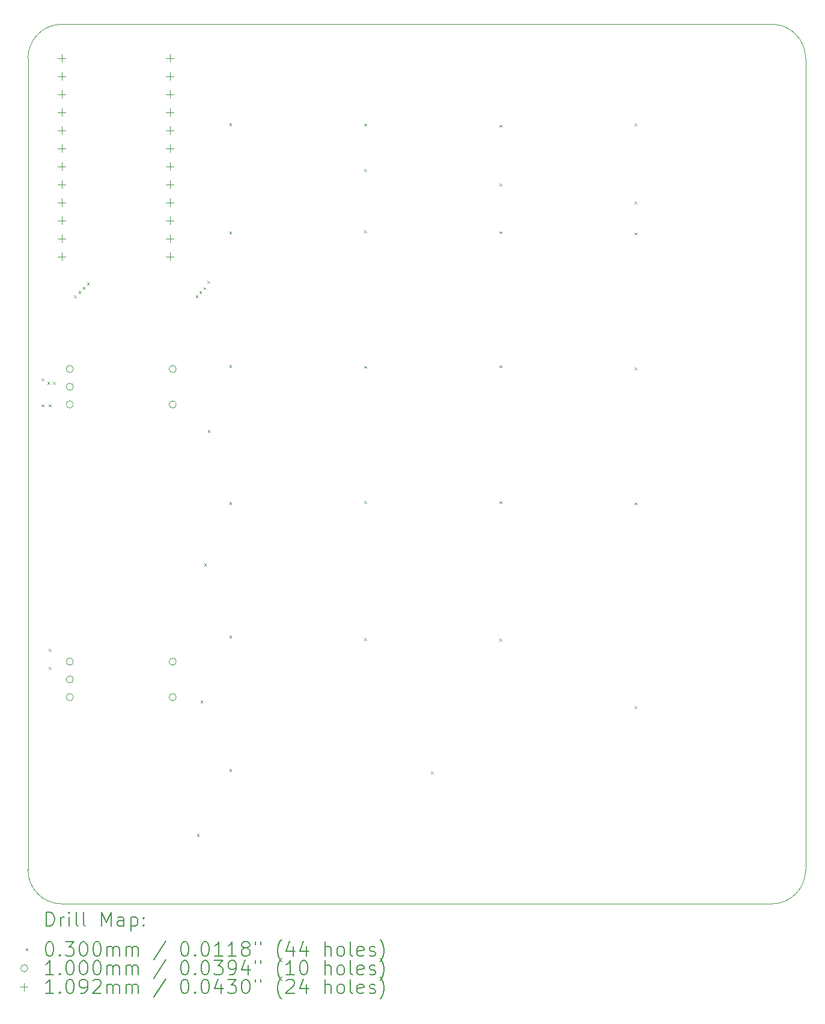
<source format=gbr>
%TF.GenerationSoftware,KiCad,Pcbnew,8.0.2*%
%TF.CreationDate,2024-06-05T18:53:59-04:00*%
%TF.ProjectId,CSP_macropad_arduino,4353505f-6d61-4637-926f-7061645f6172,rev?*%
%TF.SameCoordinates,Original*%
%TF.FileFunction,Drillmap*%
%TF.FilePolarity,Positive*%
%FSLAX45Y45*%
G04 Gerber Fmt 4.5, Leading zero omitted, Abs format (unit mm)*
G04 Created by KiCad (PCBNEW 8.0.2) date 2024-06-05 18:53:59*
%MOMM*%
%LPD*%
G01*
G04 APERTURE LIST*
%ADD10C,0.050000*%
%ADD11C,0.200000*%
%ADD12C,0.100000*%
%ADD13C,0.109220*%
G04 APERTURE END LIST*
D10*
X15974575Y-13814875D02*
G75*
G02*
X15498200Y-14291250I-476375J0D01*
G01*
X15974575Y-2381875D02*
X15974575Y-13814875D01*
X5494125Y-1905500D02*
X15498200Y-1905500D01*
X5017750Y-2381875D02*
G75*
G02*
X5494125Y-1905500I476375J0D01*
G01*
X5017750Y-13814875D02*
X5017750Y-2381875D01*
X15498200Y-1905500D02*
G75*
G02*
X15974580Y-2381875I10J-476370D01*
G01*
X5494125Y-14291250D02*
G75*
G02*
X5017750Y-13814875I0J476375D01*
G01*
X15498200Y-14291250D02*
X5494125Y-14291250D01*
D11*
D12*
X5211875Y-6893800D02*
X5241875Y-6923800D01*
X5241875Y-6893800D02*
X5211875Y-6923800D01*
X5211875Y-7261404D02*
X5241875Y-7291404D01*
X5241875Y-7261404D02*
X5211875Y-7291404D01*
X5288805Y-6944600D02*
X5318805Y-6974600D01*
X5318805Y-6944600D02*
X5288805Y-6974600D01*
X5313475Y-7261404D02*
X5343475Y-7291404D01*
X5343475Y-7261404D02*
X5313475Y-7291404D01*
X5313475Y-10703800D02*
X5343475Y-10733800D01*
X5343475Y-10703800D02*
X5313475Y-10733800D01*
X5313475Y-10957800D02*
X5343475Y-10987800D01*
X5343475Y-10957800D02*
X5313475Y-10987800D01*
X5368805Y-6944600D02*
X5398805Y-6974600D01*
X5398805Y-6944600D02*
X5368805Y-6974600D01*
X5669075Y-5725400D02*
X5699075Y-5755400D01*
X5699075Y-5725400D02*
X5669075Y-5755400D01*
X5729075Y-5665400D02*
X5759075Y-5695400D01*
X5759075Y-5665400D02*
X5729075Y-5695400D01*
X5789075Y-5603599D02*
X5819075Y-5633599D01*
X5819075Y-5603599D02*
X5789075Y-5633599D01*
X5849075Y-5543599D02*
X5879075Y-5573599D01*
X5879075Y-5543599D02*
X5849075Y-5573599D01*
X7381683Y-5725400D02*
X7411683Y-5755400D01*
X7411683Y-5725400D02*
X7381683Y-5755400D01*
X7400083Y-13307900D02*
X7430083Y-13337900D01*
X7430083Y-13307900D02*
X7400083Y-13337900D01*
X7432483Y-5663599D02*
X7462483Y-5693599D01*
X7462483Y-5663599D02*
X7432483Y-5693599D01*
X7450883Y-11428300D02*
X7480883Y-11458300D01*
X7480883Y-11428300D02*
X7450883Y-11458300D01*
X7492483Y-5610684D02*
X7522483Y-5640684D01*
X7522483Y-5610684D02*
X7492483Y-5640684D01*
X7501683Y-9497900D02*
X7531683Y-9527900D01*
X7531683Y-9497900D02*
X7501683Y-9527900D01*
X7548675Y-5522200D02*
X7578675Y-5552200D01*
X7578675Y-5522200D02*
X7548675Y-5552200D01*
X7552483Y-7618300D02*
X7582483Y-7648300D01*
X7582483Y-7618300D02*
X7552483Y-7648300D01*
X7857283Y-3300300D02*
X7887283Y-3330300D01*
X7887283Y-3300300D02*
X7857283Y-3330300D01*
X7857283Y-4824300D02*
X7887283Y-4854300D01*
X7887283Y-4824300D02*
X7857283Y-4854300D01*
X7857283Y-6703900D02*
X7887283Y-6733900D01*
X7887283Y-6703900D02*
X7857283Y-6733900D01*
X7857283Y-8634300D02*
X7887283Y-8664300D01*
X7887283Y-8634300D02*
X7857283Y-8664300D01*
X7857283Y-10513900D02*
X7887283Y-10543900D01*
X7887283Y-10513900D02*
X7857283Y-10543900D01*
X7857283Y-12393500D02*
X7887283Y-12423500D01*
X7887283Y-12393500D02*
X7857283Y-12423500D01*
X9758383Y-3307000D02*
X9788383Y-3337000D01*
X9788383Y-3307000D02*
X9758383Y-3337000D01*
X9758383Y-3947400D02*
X9788383Y-3977400D01*
X9788383Y-3947400D02*
X9758383Y-3977400D01*
X9758383Y-4811000D02*
X9788383Y-4841000D01*
X9788383Y-4811000D02*
X9758383Y-4841000D01*
X9758383Y-6717000D02*
X9788383Y-6747000D01*
X9788383Y-6717000D02*
X9758383Y-6747000D01*
X9758383Y-8621000D02*
X9788383Y-8651000D01*
X9788383Y-8621000D02*
X9758383Y-8651000D01*
X9758383Y-10551400D02*
X9788383Y-10581400D01*
X9788383Y-10551400D02*
X9758383Y-10581400D01*
X10698275Y-12431000D02*
X10728275Y-12461000D01*
X10728275Y-12431000D02*
X10698275Y-12461000D01*
X11663383Y-3322000D02*
X11693383Y-3352000D01*
X11693383Y-3322000D02*
X11663383Y-3352000D01*
X11663383Y-4150600D02*
X11693383Y-4180600D01*
X11693383Y-4150600D02*
X11663383Y-4180600D01*
X11663383Y-4822000D02*
X11693383Y-4852000D01*
X11693383Y-4822000D02*
X11663383Y-4852000D01*
X11663383Y-6709500D02*
X11693383Y-6739500D01*
X11693383Y-6709500D02*
X11663383Y-6739500D01*
X11663383Y-8624500D02*
X11693383Y-8654500D01*
X11693383Y-8624500D02*
X11663383Y-8654500D01*
X11663383Y-10557000D02*
X11693383Y-10587000D01*
X11693383Y-10557000D02*
X11663383Y-10587000D01*
X13568383Y-3299500D02*
X13598383Y-3329500D01*
X13598383Y-3299500D02*
X13568383Y-3329500D01*
X13568383Y-4404600D02*
X13598383Y-4434600D01*
X13598383Y-4404600D02*
X13568383Y-4434600D01*
X13568383Y-4837000D02*
X13598383Y-4867000D01*
X13598383Y-4837000D02*
X13568383Y-4867000D01*
X13568383Y-6737000D02*
X13598383Y-6767000D01*
X13598383Y-6737000D02*
X13568383Y-6767000D01*
X13568383Y-8639500D02*
X13598383Y-8669500D01*
X13598383Y-8639500D02*
X13568383Y-8669500D01*
X13568383Y-11504500D02*
X13598383Y-11534500D01*
X13598383Y-11504500D02*
X13568383Y-11534500D01*
X5657008Y-6759250D02*
G75*
G02*
X5557008Y-6759250I-50000J0D01*
G01*
X5557008Y-6759250D02*
G75*
G02*
X5657008Y-6759250I50000J0D01*
G01*
X5657008Y-7009250D02*
G75*
G02*
X5557008Y-7009250I-50000J0D01*
G01*
X5557008Y-7009250D02*
G75*
G02*
X5657008Y-7009250I50000J0D01*
G01*
X5657008Y-7259250D02*
G75*
G02*
X5557008Y-7259250I-50000J0D01*
G01*
X5557008Y-7259250D02*
G75*
G02*
X5657008Y-7259250I50000J0D01*
G01*
X5657008Y-10880250D02*
G75*
G02*
X5557008Y-10880250I-50000J0D01*
G01*
X5557008Y-10880250D02*
G75*
G02*
X5657008Y-10880250I50000J0D01*
G01*
X5657008Y-11130250D02*
G75*
G02*
X5557008Y-11130250I-50000J0D01*
G01*
X5557008Y-11130250D02*
G75*
G02*
X5657008Y-11130250I50000J0D01*
G01*
X5657008Y-11380250D02*
G75*
G02*
X5557008Y-11380250I-50000J0D01*
G01*
X5557008Y-11380250D02*
G75*
G02*
X5657008Y-11380250I50000J0D01*
G01*
X7107008Y-6759250D02*
G75*
G02*
X7007008Y-6759250I-50000J0D01*
G01*
X7007008Y-6759250D02*
G75*
G02*
X7107008Y-6759250I50000J0D01*
G01*
X7107008Y-7259250D02*
G75*
G02*
X7007008Y-7259250I-50000J0D01*
G01*
X7007008Y-7259250D02*
G75*
G02*
X7107008Y-7259250I50000J0D01*
G01*
X7107008Y-10880250D02*
G75*
G02*
X7007008Y-10880250I-50000J0D01*
G01*
X7007008Y-10880250D02*
G75*
G02*
X7107008Y-10880250I50000J0D01*
G01*
X7107008Y-11380250D02*
G75*
G02*
X7007008Y-11380250I-50000J0D01*
G01*
X7007008Y-11380250D02*
G75*
G02*
X7107008Y-11380250I50000J0D01*
G01*
D13*
X5494325Y-2327265D02*
X5494325Y-2436485D01*
X5439715Y-2381875D02*
X5548935Y-2381875D01*
X5494325Y-2581265D02*
X5494325Y-2690485D01*
X5439715Y-2635875D02*
X5548935Y-2635875D01*
X5494325Y-2835265D02*
X5494325Y-2944485D01*
X5439715Y-2889875D02*
X5548935Y-2889875D01*
X5494325Y-3089265D02*
X5494325Y-3198485D01*
X5439715Y-3143875D02*
X5548935Y-3143875D01*
X5494325Y-3343265D02*
X5494325Y-3452485D01*
X5439715Y-3397875D02*
X5548935Y-3397875D01*
X5494325Y-3597265D02*
X5494325Y-3706485D01*
X5439715Y-3651875D02*
X5548935Y-3651875D01*
X5494325Y-3851265D02*
X5494325Y-3960485D01*
X5439715Y-3905875D02*
X5548935Y-3905875D01*
X5494325Y-4105265D02*
X5494325Y-4214485D01*
X5439715Y-4159875D02*
X5548935Y-4159875D01*
X5494325Y-4359265D02*
X5494325Y-4468485D01*
X5439715Y-4413875D02*
X5548935Y-4413875D01*
X5494325Y-4613265D02*
X5494325Y-4722485D01*
X5439715Y-4667875D02*
X5548935Y-4667875D01*
X5494325Y-4867265D02*
X5494325Y-4976485D01*
X5439715Y-4921875D02*
X5548935Y-4921875D01*
X5494325Y-5121265D02*
X5494325Y-5230485D01*
X5439715Y-5175875D02*
X5548935Y-5175875D01*
X7018325Y-2327265D02*
X7018325Y-2436485D01*
X6963715Y-2381875D02*
X7072935Y-2381875D01*
X7018325Y-2581265D02*
X7018325Y-2690485D01*
X6963715Y-2635875D02*
X7072935Y-2635875D01*
X7018325Y-2835265D02*
X7018325Y-2944485D01*
X6963715Y-2889875D02*
X7072935Y-2889875D01*
X7018325Y-3089265D02*
X7018325Y-3198485D01*
X6963715Y-3143875D02*
X7072935Y-3143875D01*
X7018325Y-3343265D02*
X7018325Y-3452485D01*
X6963715Y-3397875D02*
X7072935Y-3397875D01*
X7018325Y-3597265D02*
X7018325Y-3706485D01*
X6963715Y-3651875D02*
X7072935Y-3651875D01*
X7018325Y-3851265D02*
X7018325Y-3960485D01*
X6963715Y-3905875D02*
X7072935Y-3905875D01*
X7018325Y-4105265D02*
X7018325Y-4214485D01*
X6963715Y-4159875D02*
X7072935Y-4159875D01*
X7018325Y-4359265D02*
X7018325Y-4468485D01*
X6963715Y-4413875D02*
X7072935Y-4413875D01*
X7018325Y-4613265D02*
X7018325Y-4722485D01*
X6963715Y-4667875D02*
X7072935Y-4667875D01*
X7018325Y-4867265D02*
X7018325Y-4976485D01*
X6963715Y-4921875D02*
X7072935Y-4921875D01*
X7018325Y-5121265D02*
X7018325Y-5230485D01*
X6963715Y-5175875D02*
X7072935Y-5175875D01*
D11*
X5276027Y-14605234D02*
X5276027Y-14405234D01*
X5276027Y-14405234D02*
X5323646Y-14405234D01*
X5323646Y-14405234D02*
X5352217Y-14414758D01*
X5352217Y-14414758D02*
X5371265Y-14433805D01*
X5371265Y-14433805D02*
X5380789Y-14452853D01*
X5380789Y-14452853D02*
X5390313Y-14490948D01*
X5390313Y-14490948D02*
X5390313Y-14519519D01*
X5390313Y-14519519D02*
X5380789Y-14557615D01*
X5380789Y-14557615D02*
X5371265Y-14576662D01*
X5371265Y-14576662D02*
X5352217Y-14595710D01*
X5352217Y-14595710D02*
X5323646Y-14605234D01*
X5323646Y-14605234D02*
X5276027Y-14605234D01*
X5476027Y-14605234D02*
X5476027Y-14471900D01*
X5476027Y-14509996D02*
X5485551Y-14490948D01*
X5485551Y-14490948D02*
X5495074Y-14481424D01*
X5495074Y-14481424D02*
X5514122Y-14471900D01*
X5514122Y-14471900D02*
X5533170Y-14471900D01*
X5599836Y-14605234D02*
X5599836Y-14471900D01*
X5599836Y-14405234D02*
X5590313Y-14414758D01*
X5590313Y-14414758D02*
X5599836Y-14424281D01*
X5599836Y-14424281D02*
X5609360Y-14414758D01*
X5609360Y-14414758D02*
X5599836Y-14405234D01*
X5599836Y-14405234D02*
X5599836Y-14424281D01*
X5723646Y-14605234D02*
X5704598Y-14595710D01*
X5704598Y-14595710D02*
X5695074Y-14576662D01*
X5695074Y-14576662D02*
X5695074Y-14405234D01*
X5828408Y-14605234D02*
X5809360Y-14595710D01*
X5809360Y-14595710D02*
X5799836Y-14576662D01*
X5799836Y-14576662D02*
X5799836Y-14405234D01*
X6056979Y-14605234D02*
X6056979Y-14405234D01*
X6056979Y-14405234D02*
X6123646Y-14548091D01*
X6123646Y-14548091D02*
X6190312Y-14405234D01*
X6190312Y-14405234D02*
X6190312Y-14605234D01*
X6371265Y-14605234D02*
X6371265Y-14500472D01*
X6371265Y-14500472D02*
X6361741Y-14481424D01*
X6361741Y-14481424D02*
X6342693Y-14471900D01*
X6342693Y-14471900D02*
X6304598Y-14471900D01*
X6304598Y-14471900D02*
X6285551Y-14481424D01*
X6371265Y-14595710D02*
X6352217Y-14605234D01*
X6352217Y-14605234D02*
X6304598Y-14605234D01*
X6304598Y-14605234D02*
X6285551Y-14595710D01*
X6285551Y-14595710D02*
X6276027Y-14576662D01*
X6276027Y-14576662D02*
X6276027Y-14557615D01*
X6276027Y-14557615D02*
X6285551Y-14538567D01*
X6285551Y-14538567D02*
X6304598Y-14529043D01*
X6304598Y-14529043D02*
X6352217Y-14529043D01*
X6352217Y-14529043D02*
X6371265Y-14519519D01*
X6466503Y-14471900D02*
X6466503Y-14671900D01*
X6466503Y-14481424D02*
X6485551Y-14471900D01*
X6485551Y-14471900D02*
X6523646Y-14471900D01*
X6523646Y-14471900D02*
X6542693Y-14481424D01*
X6542693Y-14481424D02*
X6552217Y-14490948D01*
X6552217Y-14490948D02*
X6561741Y-14509996D01*
X6561741Y-14509996D02*
X6561741Y-14567138D01*
X6561741Y-14567138D02*
X6552217Y-14586186D01*
X6552217Y-14586186D02*
X6542693Y-14595710D01*
X6542693Y-14595710D02*
X6523646Y-14605234D01*
X6523646Y-14605234D02*
X6485551Y-14605234D01*
X6485551Y-14605234D02*
X6466503Y-14595710D01*
X6647455Y-14586186D02*
X6656979Y-14595710D01*
X6656979Y-14595710D02*
X6647455Y-14605234D01*
X6647455Y-14605234D02*
X6637932Y-14595710D01*
X6637932Y-14595710D02*
X6647455Y-14586186D01*
X6647455Y-14586186D02*
X6647455Y-14605234D01*
X6647455Y-14481424D02*
X6656979Y-14490948D01*
X6656979Y-14490948D02*
X6647455Y-14500472D01*
X6647455Y-14500472D02*
X6637932Y-14490948D01*
X6637932Y-14490948D02*
X6647455Y-14481424D01*
X6647455Y-14481424D02*
X6647455Y-14500472D01*
D12*
X4985250Y-14918750D02*
X5015250Y-14948750D01*
X5015250Y-14918750D02*
X4985250Y-14948750D01*
D11*
X5314122Y-14825234D02*
X5333170Y-14825234D01*
X5333170Y-14825234D02*
X5352217Y-14834758D01*
X5352217Y-14834758D02*
X5361741Y-14844281D01*
X5361741Y-14844281D02*
X5371265Y-14863329D01*
X5371265Y-14863329D02*
X5380789Y-14901424D01*
X5380789Y-14901424D02*
X5380789Y-14949043D01*
X5380789Y-14949043D02*
X5371265Y-14987138D01*
X5371265Y-14987138D02*
X5361741Y-15006186D01*
X5361741Y-15006186D02*
X5352217Y-15015710D01*
X5352217Y-15015710D02*
X5333170Y-15025234D01*
X5333170Y-15025234D02*
X5314122Y-15025234D01*
X5314122Y-15025234D02*
X5295074Y-15015710D01*
X5295074Y-15015710D02*
X5285551Y-15006186D01*
X5285551Y-15006186D02*
X5276027Y-14987138D01*
X5276027Y-14987138D02*
X5266503Y-14949043D01*
X5266503Y-14949043D02*
X5266503Y-14901424D01*
X5266503Y-14901424D02*
X5276027Y-14863329D01*
X5276027Y-14863329D02*
X5285551Y-14844281D01*
X5285551Y-14844281D02*
X5295074Y-14834758D01*
X5295074Y-14834758D02*
X5314122Y-14825234D01*
X5466503Y-15006186D02*
X5476027Y-15015710D01*
X5476027Y-15015710D02*
X5466503Y-15025234D01*
X5466503Y-15025234D02*
X5456979Y-15015710D01*
X5456979Y-15015710D02*
X5466503Y-15006186D01*
X5466503Y-15006186D02*
X5466503Y-15025234D01*
X5542694Y-14825234D02*
X5666503Y-14825234D01*
X5666503Y-14825234D02*
X5599836Y-14901424D01*
X5599836Y-14901424D02*
X5628408Y-14901424D01*
X5628408Y-14901424D02*
X5647455Y-14910948D01*
X5647455Y-14910948D02*
X5656979Y-14920472D01*
X5656979Y-14920472D02*
X5666503Y-14939519D01*
X5666503Y-14939519D02*
X5666503Y-14987138D01*
X5666503Y-14987138D02*
X5656979Y-15006186D01*
X5656979Y-15006186D02*
X5647455Y-15015710D01*
X5647455Y-15015710D02*
X5628408Y-15025234D01*
X5628408Y-15025234D02*
X5571265Y-15025234D01*
X5571265Y-15025234D02*
X5552217Y-15015710D01*
X5552217Y-15015710D02*
X5542694Y-15006186D01*
X5790312Y-14825234D02*
X5809360Y-14825234D01*
X5809360Y-14825234D02*
X5828408Y-14834758D01*
X5828408Y-14834758D02*
X5837932Y-14844281D01*
X5837932Y-14844281D02*
X5847455Y-14863329D01*
X5847455Y-14863329D02*
X5856979Y-14901424D01*
X5856979Y-14901424D02*
X5856979Y-14949043D01*
X5856979Y-14949043D02*
X5847455Y-14987138D01*
X5847455Y-14987138D02*
X5837932Y-15006186D01*
X5837932Y-15006186D02*
X5828408Y-15015710D01*
X5828408Y-15015710D02*
X5809360Y-15025234D01*
X5809360Y-15025234D02*
X5790312Y-15025234D01*
X5790312Y-15025234D02*
X5771265Y-15015710D01*
X5771265Y-15015710D02*
X5761741Y-15006186D01*
X5761741Y-15006186D02*
X5752217Y-14987138D01*
X5752217Y-14987138D02*
X5742693Y-14949043D01*
X5742693Y-14949043D02*
X5742693Y-14901424D01*
X5742693Y-14901424D02*
X5752217Y-14863329D01*
X5752217Y-14863329D02*
X5761741Y-14844281D01*
X5761741Y-14844281D02*
X5771265Y-14834758D01*
X5771265Y-14834758D02*
X5790312Y-14825234D01*
X5980789Y-14825234D02*
X5999836Y-14825234D01*
X5999836Y-14825234D02*
X6018884Y-14834758D01*
X6018884Y-14834758D02*
X6028408Y-14844281D01*
X6028408Y-14844281D02*
X6037932Y-14863329D01*
X6037932Y-14863329D02*
X6047455Y-14901424D01*
X6047455Y-14901424D02*
X6047455Y-14949043D01*
X6047455Y-14949043D02*
X6037932Y-14987138D01*
X6037932Y-14987138D02*
X6028408Y-15006186D01*
X6028408Y-15006186D02*
X6018884Y-15015710D01*
X6018884Y-15015710D02*
X5999836Y-15025234D01*
X5999836Y-15025234D02*
X5980789Y-15025234D01*
X5980789Y-15025234D02*
X5961741Y-15015710D01*
X5961741Y-15015710D02*
X5952217Y-15006186D01*
X5952217Y-15006186D02*
X5942693Y-14987138D01*
X5942693Y-14987138D02*
X5933170Y-14949043D01*
X5933170Y-14949043D02*
X5933170Y-14901424D01*
X5933170Y-14901424D02*
X5942693Y-14863329D01*
X5942693Y-14863329D02*
X5952217Y-14844281D01*
X5952217Y-14844281D02*
X5961741Y-14834758D01*
X5961741Y-14834758D02*
X5980789Y-14825234D01*
X6133170Y-15025234D02*
X6133170Y-14891900D01*
X6133170Y-14910948D02*
X6142693Y-14901424D01*
X6142693Y-14901424D02*
X6161741Y-14891900D01*
X6161741Y-14891900D02*
X6190313Y-14891900D01*
X6190313Y-14891900D02*
X6209360Y-14901424D01*
X6209360Y-14901424D02*
X6218884Y-14920472D01*
X6218884Y-14920472D02*
X6218884Y-15025234D01*
X6218884Y-14920472D02*
X6228408Y-14901424D01*
X6228408Y-14901424D02*
X6247455Y-14891900D01*
X6247455Y-14891900D02*
X6276027Y-14891900D01*
X6276027Y-14891900D02*
X6295074Y-14901424D01*
X6295074Y-14901424D02*
X6304598Y-14920472D01*
X6304598Y-14920472D02*
X6304598Y-15025234D01*
X6399836Y-15025234D02*
X6399836Y-14891900D01*
X6399836Y-14910948D02*
X6409360Y-14901424D01*
X6409360Y-14901424D02*
X6428408Y-14891900D01*
X6428408Y-14891900D02*
X6456979Y-14891900D01*
X6456979Y-14891900D02*
X6476027Y-14901424D01*
X6476027Y-14901424D02*
X6485551Y-14920472D01*
X6485551Y-14920472D02*
X6485551Y-15025234D01*
X6485551Y-14920472D02*
X6495074Y-14901424D01*
X6495074Y-14901424D02*
X6514122Y-14891900D01*
X6514122Y-14891900D02*
X6542693Y-14891900D01*
X6542693Y-14891900D02*
X6561741Y-14901424D01*
X6561741Y-14901424D02*
X6571265Y-14920472D01*
X6571265Y-14920472D02*
X6571265Y-15025234D01*
X6961741Y-14815710D02*
X6790313Y-15072853D01*
X7218884Y-14825234D02*
X7237932Y-14825234D01*
X7237932Y-14825234D02*
X7256979Y-14834758D01*
X7256979Y-14834758D02*
X7266503Y-14844281D01*
X7266503Y-14844281D02*
X7276027Y-14863329D01*
X7276027Y-14863329D02*
X7285551Y-14901424D01*
X7285551Y-14901424D02*
X7285551Y-14949043D01*
X7285551Y-14949043D02*
X7276027Y-14987138D01*
X7276027Y-14987138D02*
X7266503Y-15006186D01*
X7266503Y-15006186D02*
X7256979Y-15015710D01*
X7256979Y-15015710D02*
X7237932Y-15025234D01*
X7237932Y-15025234D02*
X7218884Y-15025234D01*
X7218884Y-15025234D02*
X7199836Y-15015710D01*
X7199836Y-15015710D02*
X7190313Y-15006186D01*
X7190313Y-15006186D02*
X7180789Y-14987138D01*
X7180789Y-14987138D02*
X7171265Y-14949043D01*
X7171265Y-14949043D02*
X7171265Y-14901424D01*
X7171265Y-14901424D02*
X7180789Y-14863329D01*
X7180789Y-14863329D02*
X7190313Y-14844281D01*
X7190313Y-14844281D02*
X7199836Y-14834758D01*
X7199836Y-14834758D02*
X7218884Y-14825234D01*
X7371265Y-15006186D02*
X7380789Y-15015710D01*
X7380789Y-15015710D02*
X7371265Y-15025234D01*
X7371265Y-15025234D02*
X7361741Y-15015710D01*
X7361741Y-15015710D02*
X7371265Y-15006186D01*
X7371265Y-15006186D02*
X7371265Y-15025234D01*
X7504598Y-14825234D02*
X7523646Y-14825234D01*
X7523646Y-14825234D02*
X7542694Y-14834758D01*
X7542694Y-14834758D02*
X7552217Y-14844281D01*
X7552217Y-14844281D02*
X7561741Y-14863329D01*
X7561741Y-14863329D02*
X7571265Y-14901424D01*
X7571265Y-14901424D02*
X7571265Y-14949043D01*
X7571265Y-14949043D02*
X7561741Y-14987138D01*
X7561741Y-14987138D02*
X7552217Y-15006186D01*
X7552217Y-15006186D02*
X7542694Y-15015710D01*
X7542694Y-15015710D02*
X7523646Y-15025234D01*
X7523646Y-15025234D02*
X7504598Y-15025234D01*
X7504598Y-15025234D02*
X7485551Y-15015710D01*
X7485551Y-15015710D02*
X7476027Y-15006186D01*
X7476027Y-15006186D02*
X7466503Y-14987138D01*
X7466503Y-14987138D02*
X7456979Y-14949043D01*
X7456979Y-14949043D02*
X7456979Y-14901424D01*
X7456979Y-14901424D02*
X7466503Y-14863329D01*
X7466503Y-14863329D02*
X7476027Y-14844281D01*
X7476027Y-14844281D02*
X7485551Y-14834758D01*
X7485551Y-14834758D02*
X7504598Y-14825234D01*
X7761741Y-15025234D02*
X7647456Y-15025234D01*
X7704598Y-15025234D02*
X7704598Y-14825234D01*
X7704598Y-14825234D02*
X7685551Y-14853805D01*
X7685551Y-14853805D02*
X7666503Y-14872853D01*
X7666503Y-14872853D02*
X7647456Y-14882377D01*
X7952217Y-15025234D02*
X7837932Y-15025234D01*
X7895075Y-15025234D02*
X7895075Y-14825234D01*
X7895075Y-14825234D02*
X7876027Y-14853805D01*
X7876027Y-14853805D02*
X7856979Y-14872853D01*
X7856979Y-14872853D02*
X7837932Y-14882377D01*
X8066503Y-14910948D02*
X8047456Y-14901424D01*
X8047456Y-14901424D02*
X8037932Y-14891900D01*
X8037932Y-14891900D02*
X8028408Y-14872853D01*
X8028408Y-14872853D02*
X8028408Y-14863329D01*
X8028408Y-14863329D02*
X8037932Y-14844281D01*
X8037932Y-14844281D02*
X8047456Y-14834758D01*
X8047456Y-14834758D02*
X8066503Y-14825234D01*
X8066503Y-14825234D02*
X8104598Y-14825234D01*
X8104598Y-14825234D02*
X8123646Y-14834758D01*
X8123646Y-14834758D02*
X8133170Y-14844281D01*
X8133170Y-14844281D02*
X8142694Y-14863329D01*
X8142694Y-14863329D02*
X8142694Y-14872853D01*
X8142694Y-14872853D02*
X8133170Y-14891900D01*
X8133170Y-14891900D02*
X8123646Y-14901424D01*
X8123646Y-14901424D02*
X8104598Y-14910948D01*
X8104598Y-14910948D02*
X8066503Y-14910948D01*
X8066503Y-14910948D02*
X8047456Y-14920472D01*
X8047456Y-14920472D02*
X8037932Y-14929996D01*
X8037932Y-14929996D02*
X8028408Y-14949043D01*
X8028408Y-14949043D02*
X8028408Y-14987138D01*
X8028408Y-14987138D02*
X8037932Y-15006186D01*
X8037932Y-15006186D02*
X8047456Y-15015710D01*
X8047456Y-15015710D02*
X8066503Y-15025234D01*
X8066503Y-15025234D02*
X8104598Y-15025234D01*
X8104598Y-15025234D02*
X8123646Y-15015710D01*
X8123646Y-15015710D02*
X8133170Y-15006186D01*
X8133170Y-15006186D02*
X8142694Y-14987138D01*
X8142694Y-14987138D02*
X8142694Y-14949043D01*
X8142694Y-14949043D02*
X8133170Y-14929996D01*
X8133170Y-14929996D02*
X8123646Y-14920472D01*
X8123646Y-14920472D02*
X8104598Y-14910948D01*
X8218884Y-14825234D02*
X8218884Y-14863329D01*
X8295075Y-14825234D02*
X8295075Y-14863329D01*
X8590313Y-15101424D02*
X8580789Y-15091900D01*
X8580789Y-15091900D02*
X8561741Y-15063329D01*
X8561741Y-15063329D02*
X8552218Y-15044281D01*
X8552218Y-15044281D02*
X8542694Y-15015710D01*
X8542694Y-15015710D02*
X8533170Y-14968091D01*
X8533170Y-14968091D02*
X8533170Y-14929996D01*
X8533170Y-14929996D02*
X8542694Y-14882377D01*
X8542694Y-14882377D02*
X8552218Y-14853805D01*
X8552218Y-14853805D02*
X8561741Y-14834758D01*
X8561741Y-14834758D02*
X8580789Y-14806186D01*
X8580789Y-14806186D02*
X8590313Y-14796662D01*
X8752218Y-14891900D02*
X8752218Y-15025234D01*
X8704599Y-14815710D02*
X8656980Y-14958567D01*
X8656980Y-14958567D02*
X8780789Y-14958567D01*
X8942694Y-14891900D02*
X8942694Y-15025234D01*
X8895075Y-14815710D02*
X8847456Y-14958567D01*
X8847456Y-14958567D02*
X8971265Y-14958567D01*
X9199837Y-15025234D02*
X9199837Y-14825234D01*
X9285551Y-15025234D02*
X9285551Y-14920472D01*
X9285551Y-14920472D02*
X9276027Y-14901424D01*
X9276027Y-14901424D02*
X9256980Y-14891900D01*
X9256980Y-14891900D02*
X9228408Y-14891900D01*
X9228408Y-14891900D02*
X9209361Y-14901424D01*
X9209361Y-14901424D02*
X9199837Y-14910948D01*
X9409361Y-15025234D02*
X9390313Y-15015710D01*
X9390313Y-15015710D02*
X9380789Y-15006186D01*
X9380789Y-15006186D02*
X9371265Y-14987138D01*
X9371265Y-14987138D02*
X9371265Y-14929996D01*
X9371265Y-14929996D02*
X9380789Y-14910948D01*
X9380789Y-14910948D02*
X9390313Y-14901424D01*
X9390313Y-14901424D02*
X9409361Y-14891900D01*
X9409361Y-14891900D02*
X9437932Y-14891900D01*
X9437932Y-14891900D02*
X9456980Y-14901424D01*
X9456980Y-14901424D02*
X9466503Y-14910948D01*
X9466503Y-14910948D02*
X9476027Y-14929996D01*
X9476027Y-14929996D02*
X9476027Y-14987138D01*
X9476027Y-14987138D02*
X9466503Y-15006186D01*
X9466503Y-15006186D02*
X9456980Y-15015710D01*
X9456980Y-15015710D02*
X9437932Y-15025234D01*
X9437932Y-15025234D02*
X9409361Y-15025234D01*
X9590313Y-15025234D02*
X9571265Y-15015710D01*
X9571265Y-15015710D02*
X9561742Y-14996662D01*
X9561742Y-14996662D02*
X9561742Y-14825234D01*
X9742694Y-15015710D02*
X9723646Y-15025234D01*
X9723646Y-15025234D02*
X9685551Y-15025234D01*
X9685551Y-15025234D02*
X9666503Y-15015710D01*
X9666503Y-15015710D02*
X9656980Y-14996662D01*
X9656980Y-14996662D02*
X9656980Y-14920472D01*
X9656980Y-14920472D02*
X9666503Y-14901424D01*
X9666503Y-14901424D02*
X9685551Y-14891900D01*
X9685551Y-14891900D02*
X9723646Y-14891900D01*
X9723646Y-14891900D02*
X9742694Y-14901424D01*
X9742694Y-14901424D02*
X9752218Y-14920472D01*
X9752218Y-14920472D02*
X9752218Y-14939519D01*
X9752218Y-14939519D02*
X9656980Y-14958567D01*
X9828408Y-15015710D02*
X9847456Y-15025234D01*
X9847456Y-15025234D02*
X9885551Y-15025234D01*
X9885551Y-15025234D02*
X9904599Y-15015710D01*
X9904599Y-15015710D02*
X9914123Y-14996662D01*
X9914123Y-14996662D02*
X9914123Y-14987138D01*
X9914123Y-14987138D02*
X9904599Y-14968091D01*
X9904599Y-14968091D02*
X9885551Y-14958567D01*
X9885551Y-14958567D02*
X9856980Y-14958567D01*
X9856980Y-14958567D02*
X9837932Y-14949043D01*
X9837932Y-14949043D02*
X9828408Y-14929996D01*
X9828408Y-14929996D02*
X9828408Y-14920472D01*
X9828408Y-14920472D02*
X9837932Y-14901424D01*
X9837932Y-14901424D02*
X9856980Y-14891900D01*
X9856980Y-14891900D02*
X9885551Y-14891900D01*
X9885551Y-14891900D02*
X9904599Y-14901424D01*
X9980789Y-15101424D02*
X9990313Y-15091900D01*
X9990313Y-15091900D02*
X10009361Y-15063329D01*
X10009361Y-15063329D02*
X10018884Y-15044281D01*
X10018884Y-15044281D02*
X10028408Y-15015710D01*
X10028408Y-15015710D02*
X10037932Y-14968091D01*
X10037932Y-14968091D02*
X10037932Y-14929996D01*
X10037932Y-14929996D02*
X10028408Y-14882377D01*
X10028408Y-14882377D02*
X10018884Y-14853805D01*
X10018884Y-14853805D02*
X10009361Y-14834758D01*
X10009361Y-14834758D02*
X9990313Y-14806186D01*
X9990313Y-14806186D02*
X9980789Y-14796662D01*
D12*
X5015250Y-15197750D02*
G75*
G02*
X4915250Y-15197750I-50000J0D01*
G01*
X4915250Y-15197750D02*
G75*
G02*
X5015250Y-15197750I50000J0D01*
G01*
D11*
X5380789Y-15289234D02*
X5266503Y-15289234D01*
X5323646Y-15289234D02*
X5323646Y-15089234D01*
X5323646Y-15089234D02*
X5304598Y-15117805D01*
X5304598Y-15117805D02*
X5285551Y-15136853D01*
X5285551Y-15136853D02*
X5266503Y-15146377D01*
X5466503Y-15270186D02*
X5476027Y-15279710D01*
X5476027Y-15279710D02*
X5466503Y-15289234D01*
X5466503Y-15289234D02*
X5456979Y-15279710D01*
X5456979Y-15279710D02*
X5466503Y-15270186D01*
X5466503Y-15270186D02*
X5466503Y-15289234D01*
X5599836Y-15089234D02*
X5618884Y-15089234D01*
X5618884Y-15089234D02*
X5637932Y-15098758D01*
X5637932Y-15098758D02*
X5647455Y-15108281D01*
X5647455Y-15108281D02*
X5656979Y-15127329D01*
X5656979Y-15127329D02*
X5666503Y-15165424D01*
X5666503Y-15165424D02*
X5666503Y-15213043D01*
X5666503Y-15213043D02*
X5656979Y-15251138D01*
X5656979Y-15251138D02*
X5647455Y-15270186D01*
X5647455Y-15270186D02*
X5637932Y-15279710D01*
X5637932Y-15279710D02*
X5618884Y-15289234D01*
X5618884Y-15289234D02*
X5599836Y-15289234D01*
X5599836Y-15289234D02*
X5580789Y-15279710D01*
X5580789Y-15279710D02*
X5571265Y-15270186D01*
X5571265Y-15270186D02*
X5561741Y-15251138D01*
X5561741Y-15251138D02*
X5552217Y-15213043D01*
X5552217Y-15213043D02*
X5552217Y-15165424D01*
X5552217Y-15165424D02*
X5561741Y-15127329D01*
X5561741Y-15127329D02*
X5571265Y-15108281D01*
X5571265Y-15108281D02*
X5580789Y-15098758D01*
X5580789Y-15098758D02*
X5599836Y-15089234D01*
X5790312Y-15089234D02*
X5809360Y-15089234D01*
X5809360Y-15089234D02*
X5828408Y-15098758D01*
X5828408Y-15098758D02*
X5837932Y-15108281D01*
X5837932Y-15108281D02*
X5847455Y-15127329D01*
X5847455Y-15127329D02*
X5856979Y-15165424D01*
X5856979Y-15165424D02*
X5856979Y-15213043D01*
X5856979Y-15213043D02*
X5847455Y-15251138D01*
X5847455Y-15251138D02*
X5837932Y-15270186D01*
X5837932Y-15270186D02*
X5828408Y-15279710D01*
X5828408Y-15279710D02*
X5809360Y-15289234D01*
X5809360Y-15289234D02*
X5790312Y-15289234D01*
X5790312Y-15289234D02*
X5771265Y-15279710D01*
X5771265Y-15279710D02*
X5761741Y-15270186D01*
X5761741Y-15270186D02*
X5752217Y-15251138D01*
X5752217Y-15251138D02*
X5742693Y-15213043D01*
X5742693Y-15213043D02*
X5742693Y-15165424D01*
X5742693Y-15165424D02*
X5752217Y-15127329D01*
X5752217Y-15127329D02*
X5761741Y-15108281D01*
X5761741Y-15108281D02*
X5771265Y-15098758D01*
X5771265Y-15098758D02*
X5790312Y-15089234D01*
X5980789Y-15089234D02*
X5999836Y-15089234D01*
X5999836Y-15089234D02*
X6018884Y-15098758D01*
X6018884Y-15098758D02*
X6028408Y-15108281D01*
X6028408Y-15108281D02*
X6037932Y-15127329D01*
X6037932Y-15127329D02*
X6047455Y-15165424D01*
X6047455Y-15165424D02*
X6047455Y-15213043D01*
X6047455Y-15213043D02*
X6037932Y-15251138D01*
X6037932Y-15251138D02*
X6028408Y-15270186D01*
X6028408Y-15270186D02*
X6018884Y-15279710D01*
X6018884Y-15279710D02*
X5999836Y-15289234D01*
X5999836Y-15289234D02*
X5980789Y-15289234D01*
X5980789Y-15289234D02*
X5961741Y-15279710D01*
X5961741Y-15279710D02*
X5952217Y-15270186D01*
X5952217Y-15270186D02*
X5942693Y-15251138D01*
X5942693Y-15251138D02*
X5933170Y-15213043D01*
X5933170Y-15213043D02*
X5933170Y-15165424D01*
X5933170Y-15165424D02*
X5942693Y-15127329D01*
X5942693Y-15127329D02*
X5952217Y-15108281D01*
X5952217Y-15108281D02*
X5961741Y-15098758D01*
X5961741Y-15098758D02*
X5980789Y-15089234D01*
X6133170Y-15289234D02*
X6133170Y-15155900D01*
X6133170Y-15174948D02*
X6142693Y-15165424D01*
X6142693Y-15165424D02*
X6161741Y-15155900D01*
X6161741Y-15155900D02*
X6190313Y-15155900D01*
X6190313Y-15155900D02*
X6209360Y-15165424D01*
X6209360Y-15165424D02*
X6218884Y-15184472D01*
X6218884Y-15184472D02*
X6218884Y-15289234D01*
X6218884Y-15184472D02*
X6228408Y-15165424D01*
X6228408Y-15165424D02*
X6247455Y-15155900D01*
X6247455Y-15155900D02*
X6276027Y-15155900D01*
X6276027Y-15155900D02*
X6295074Y-15165424D01*
X6295074Y-15165424D02*
X6304598Y-15184472D01*
X6304598Y-15184472D02*
X6304598Y-15289234D01*
X6399836Y-15289234D02*
X6399836Y-15155900D01*
X6399836Y-15174948D02*
X6409360Y-15165424D01*
X6409360Y-15165424D02*
X6428408Y-15155900D01*
X6428408Y-15155900D02*
X6456979Y-15155900D01*
X6456979Y-15155900D02*
X6476027Y-15165424D01*
X6476027Y-15165424D02*
X6485551Y-15184472D01*
X6485551Y-15184472D02*
X6485551Y-15289234D01*
X6485551Y-15184472D02*
X6495074Y-15165424D01*
X6495074Y-15165424D02*
X6514122Y-15155900D01*
X6514122Y-15155900D02*
X6542693Y-15155900D01*
X6542693Y-15155900D02*
X6561741Y-15165424D01*
X6561741Y-15165424D02*
X6571265Y-15184472D01*
X6571265Y-15184472D02*
X6571265Y-15289234D01*
X6961741Y-15079710D02*
X6790313Y-15336853D01*
X7218884Y-15089234D02*
X7237932Y-15089234D01*
X7237932Y-15089234D02*
X7256979Y-15098758D01*
X7256979Y-15098758D02*
X7266503Y-15108281D01*
X7266503Y-15108281D02*
X7276027Y-15127329D01*
X7276027Y-15127329D02*
X7285551Y-15165424D01*
X7285551Y-15165424D02*
X7285551Y-15213043D01*
X7285551Y-15213043D02*
X7276027Y-15251138D01*
X7276027Y-15251138D02*
X7266503Y-15270186D01*
X7266503Y-15270186D02*
X7256979Y-15279710D01*
X7256979Y-15279710D02*
X7237932Y-15289234D01*
X7237932Y-15289234D02*
X7218884Y-15289234D01*
X7218884Y-15289234D02*
X7199836Y-15279710D01*
X7199836Y-15279710D02*
X7190313Y-15270186D01*
X7190313Y-15270186D02*
X7180789Y-15251138D01*
X7180789Y-15251138D02*
X7171265Y-15213043D01*
X7171265Y-15213043D02*
X7171265Y-15165424D01*
X7171265Y-15165424D02*
X7180789Y-15127329D01*
X7180789Y-15127329D02*
X7190313Y-15108281D01*
X7190313Y-15108281D02*
X7199836Y-15098758D01*
X7199836Y-15098758D02*
X7218884Y-15089234D01*
X7371265Y-15270186D02*
X7380789Y-15279710D01*
X7380789Y-15279710D02*
X7371265Y-15289234D01*
X7371265Y-15289234D02*
X7361741Y-15279710D01*
X7361741Y-15279710D02*
X7371265Y-15270186D01*
X7371265Y-15270186D02*
X7371265Y-15289234D01*
X7504598Y-15089234D02*
X7523646Y-15089234D01*
X7523646Y-15089234D02*
X7542694Y-15098758D01*
X7542694Y-15098758D02*
X7552217Y-15108281D01*
X7552217Y-15108281D02*
X7561741Y-15127329D01*
X7561741Y-15127329D02*
X7571265Y-15165424D01*
X7571265Y-15165424D02*
X7571265Y-15213043D01*
X7571265Y-15213043D02*
X7561741Y-15251138D01*
X7561741Y-15251138D02*
X7552217Y-15270186D01*
X7552217Y-15270186D02*
X7542694Y-15279710D01*
X7542694Y-15279710D02*
X7523646Y-15289234D01*
X7523646Y-15289234D02*
X7504598Y-15289234D01*
X7504598Y-15289234D02*
X7485551Y-15279710D01*
X7485551Y-15279710D02*
X7476027Y-15270186D01*
X7476027Y-15270186D02*
X7466503Y-15251138D01*
X7466503Y-15251138D02*
X7456979Y-15213043D01*
X7456979Y-15213043D02*
X7456979Y-15165424D01*
X7456979Y-15165424D02*
X7466503Y-15127329D01*
X7466503Y-15127329D02*
X7476027Y-15108281D01*
X7476027Y-15108281D02*
X7485551Y-15098758D01*
X7485551Y-15098758D02*
X7504598Y-15089234D01*
X7637932Y-15089234D02*
X7761741Y-15089234D01*
X7761741Y-15089234D02*
X7695075Y-15165424D01*
X7695075Y-15165424D02*
X7723646Y-15165424D01*
X7723646Y-15165424D02*
X7742694Y-15174948D01*
X7742694Y-15174948D02*
X7752217Y-15184472D01*
X7752217Y-15184472D02*
X7761741Y-15203519D01*
X7761741Y-15203519D02*
X7761741Y-15251138D01*
X7761741Y-15251138D02*
X7752217Y-15270186D01*
X7752217Y-15270186D02*
X7742694Y-15279710D01*
X7742694Y-15279710D02*
X7723646Y-15289234D01*
X7723646Y-15289234D02*
X7666503Y-15289234D01*
X7666503Y-15289234D02*
X7647456Y-15279710D01*
X7647456Y-15279710D02*
X7637932Y-15270186D01*
X7856979Y-15289234D02*
X7895075Y-15289234D01*
X7895075Y-15289234D02*
X7914122Y-15279710D01*
X7914122Y-15279710D02*
X7923646Y-15270186D01*
X7923646Y-15270186D02*
X7942694Y-15241615D01*
X7942694Y-15241615D02*
X7952217Y-15203519D01*
X7952217Y-15203519D02*
X7952217Y-15127329D01*
X7952217Y-15127329D02*
X7942694Y-15108281D01*
X7942694Y-15108281D02*
X7933170Y-15098758D01*
X7933170Y-15098758D02*
X7914122Y-15089234D01*
X7914122Y-15089234D02*
X7876027Y-15089234D01*
X7876027Y-15089234D02*
X7856979Y-15098758D01*
X7856979Y-15098758D02*
X7847456Y-15108281D01*
X7847456Y-15108281D02*
X7837932Y-15127329D01*
X7837932Y-15127329D02*
X7837932Y-15174948D01*
X7837932Y-15174948D02*
X7847456Y-15193996D01*
X7847456Y-15193996D02*
X7856979Y-15203519D01*
X7856979Y-15203519D02*
X7876027Y-15213043D01*
X7876027Y-15213043D02*
X7914122Y-15213043D01*
X7914122Y-15213043D02*
X7933170Y-15203519D01*
X7933170Y-15203519D02*
X7942694Y-15193996D01*
X7942694Y-15193996D02*
X7952217Y-15174948D01*
X8123646Y-15155900D02*
X8123646Y-15289234D01*
X8076027Y-15079710D02*
X8028408Y-15222567D01*
X8028408Y-15222567D02*
X8152217Y-15222567D01*
X8218884Y-15089234D02*
X8218884Y-15127329D01*
X8295075Y-15089234D02*
X8295075Y-15127329D01*
X8590313Y-15365424D02*
X8580789Y-15355900D01*
X8580789Y-15355900D02*
X8561741Y-15327329D01*
X8561741Y-15327329D02*
X8552218Y-15308281D01*
X8552218Y-15308281D02*
X8542694Y-15279710D01*
X8542694Y-15279710D02*
X8533170Y-15232091D01*
X8533170Y-15232091D02*
X8533170Y-15193996D01*
X8533170Y-15193996D02*
X8542694Y-15146377D01*
X8542694Y-15146377D02*
X8552218Y-15117805D01*
X8552218Y-15117805D02*
X8561741Y-15098758D01*
X8561741Y-15098758D02*
X8580789Y-15070186D01*
X8580789Y-15070186D02*
X8590313Y-15060662D01*
X8771265Y-15289234D02*
X8656980Y-15289234D01*
X8714122Y-15289234D02*
X8714122Y-15089234D01*
X8714122Y-15089234D02*
X8695075Y-15117805D01*
X8695075Y-15117805D02*
X8676027Y-15136853D01*
X8676027Y-15136853D02*
X8656980Y-15146377D01*
X8895075Y-15089234D02*
X8914122Y-15089234D01*
X8914122Y-15089234D02*
X8933170Y-15098758D01*
X8933170Y-15098758D02*
X8942694Y-15108281D01*
X8942694Y-15108281D02*
X8952218Y-15127329D01*
X8952218Y-15127329D02*
X8961741Y-15165424D01*
X8961741Y-15165424D02*
X8961741Y-15213043D01*
X8961741Y-15213043D02*
X8952218Y-15251138D01*
X8952218Y-15251138D02*
X8942694Y-15270186D01*
X8942694Y-15270186D02*
X8933170Y-15279710D01*
X8933170Y-15279710D02*
X8914122Y-15289234D01*
X8914122Y-15289234D02*
X8895075Y-15289234D01*
X8895075Y-15289234D02*
X8876027Y-15279710D01*
X8876027Y-15279710D02*
X8866503Y-15270186D01*
X8866503Y-15270186D02*
X8856980Y-15251138D01*
X8856980Y-15251138D02*
X8847456Y-15213043D01*
X8847456Y-15213043D02*
X8847456Y-15165424D01*
X8847456Y-15165424D02*
X8856980Y-15127329D01*
X8856980Y-15127329D02*
X8866503Y-15108281D01*
X8866503Y-15108281D02*
X8876027Y-15098758D01*
X8876027Y-15098758D02*
X8895075Y-15089234D01*
X9199837Y-15289234D02*
X9199837Y-15089234D01*
X9285551Y-15289234D02*
X9285551Y-15184472D01*
X9285551Y-15184472D02*
X9276027Y-15165424D01*
X9276027Y-15165424D02*
X9256980Y-15155900D01*
X9256980Y-15155900D02*
X9228408Y-15155900D01*
X9228408Y-15155900D02*
X9209361Y-15165424D01*
X9209361Y-15165424D02*
X9199837Y-15174948D01*
X9409361Y-15289234D02*
X9390313Y-15279710D01*
X9390313Y-15279710D02*
X9380789Y-15270186D01*
X9380789Y-15270186D02*
X9371265Y-15251138D01*
X9371265Y-15251138D02*
X9371265Y-15193996D01*
X9371265Y-15193996D02*
X9380789Y-15174948D01*
X9380789Y-15174948D02*
X9390313Y-15165424D01*
X9390313Y-15165424D02*
X9409361Y-15155900D01*
X9409361Y-15155900D02*
X9437932Y-15155900D01*
X9437932Y-15155900D02*
X9456980Y-15165424D01*
X9456980Y-15165424D02*
X9466503Y-15174948D01*
X9466503Y-15174948D02*
X9476027Y-15193996D01*
X9476027Y-15193996D02*
X9476027Y-15251138D01*
X9476027Y-15251138D02*
X9466503Y-15270186D01*
X9466503Y-15270186D02*
X9456980Y-15279710D01*
X9456980Y-15279710D02*
X9437932Y-15289234D01*
X9437932Y-15289234D02*
X9409361Y-15289234D01*
X9590313Y-15289234D02*
X9571265Y-15279710D01*
X9571265Y-15279710D02*
X9561742Y-15260662D01*
X9561742Y-15260662D02*
X9561742Y-15089234D01*
X9742694Y-15279710D02*
X9723646Y-15289234D01*
X9723646Y-15289234D02*
X9685551Y-15289234D01*
X9685551Y-15289234D02*
X9666503Y-15279710D01*
X9666503Y-15279710D02*
X9656980Y-15260662D01*
X9656980Y-15260662D02*
X9656980Y-15184472D01*
X9656980Y-15184472D02*
X9666503Y-15165424D01*
X9666503Y-15165424D02*
X9685551Y-15155900D01*
X9685551Y-15155900D02*
X9723646Y-15155900D01*
X9723646Y-15155900D02*
X9742694Y-15165424D01*
X9742694Y-15165424D02*
X9752218Y-15184472D01*
X9752218Y-15184472D02*
X9752218Y-15203519D01*
X9752218Y-15203519D02*
X9656980Y-15222567D01*
X9828408Y-15279710D02*
X9847456Y-15289234D01*
X9847456Y-15289234D02*
X9885551Y-15289234D01*
X9885551Y-15289234D02*
X9904599Y-15279710D01*
X9904599Y-15279710D02*
X9914123Y-15260662D01*
X9914123Y-15260662D02*
X9914123Y-15251138D01*
X9914123Y-15251138D02*
X9904599Y-15232091D01*
X9904599Y-15232091D02*
X9885551Y-15222567D01*
X9885551Y-15222567D02*
X9856980Y-15222567D01*
X9856980Y-15222567D02*
X9837932Y-15213043D01*
X9837932Y-15213043D02*
X9828408Y-15193996D01*
X9828408Y-15193996D02*
X9828408Y-15184472D01*
X9828408Y-15184472D02*
X9837932Y-15165424D01*
X9837932Y-15165424D02*
X9856980Y-15155900D01*
X9856980Y-15155900D02*
X9885551Y-15155900D01*
X9885551Y-15155900D02*
X9904599Y-15165424D01*
X9980789Y-15365424D02*
X9990313Y-15355900D01*
X9990313Y-15355900D02*
X10009361Y-15327329D01*
X10009361Y-15327329D02*
X10018884Y-15308281D01*
X10018884Y-15308281D02*
X10028408Y-15279710D01*
X10028408Y-15279710D02*
X10037932Y-15232091D01*
X10037932Y-15232091D02*
X10037932Y-15193996D01*
X10037932Y-15193996D02*
X10028408Y-15146377D01*
X10028408Y-15146377D02*
X10018884Y-15117805D01*
X10018884Y-15117805D02*
X10009361Y-15098758D01*
X10009361Y-15098758D02*
X9990313Y-15070186D01*
X9990313Y-15070186D02*
X9980789Y-15060662D01*
D13*
X4960640Y-15407140D02*
X4960640Y-15516360D01*
X4906030Y-15461750D02*
X5015250Y-15461750D01*
D11*
X5380789Y-15553234D02*
X5266503Y-15553234D01*
X5323646Y-15553234D02*
X5323646Y-15353234D01*
X5323646Y-15353234D02*
X5304598Y-15381805D01*
X5304598Y-15381805D02*
X5285551Y-15400853D01*
X5285551Y-15400853D02*
X5266503Y-15410377D01*
X5466503Y-15534186D02*
X5476027Y-15543710D01*
X5476027Y-15543710D02*
X5466503Y-15553234D01*
X5466503Y-15553234D02*
X5456979Y-15543710D01*
X5456979Y-15543710D02*
X5466503Y-15534186D01*
X5466503Y-15534186D02*
X5466503Y-15553234D01*
X5599836Y-15353234D02*
X5618884Y-15353234D01*
X5618884Y-15353234D02*
X5637932Y-15362758D01*
X5637932Y-15362758D02*
X5647455Y-15372281D01*
X5647455Y-15372281D02*
X5656979Y-15391329D01*
X5656979Y-15391329D02*
X5666503Y-15429424D01*
X5666503Y-15429424D02*
X5666503Y-15477043D01*
X5666503Y-15477043D02*
X5656979Y-15515138D01*
X5656979Y-15515138D02*
X5647455Y-15534186D01*
X5647455Y-15534186D02*
X5637932Y-15543710D01*
X5637932Y-15543710D02*
X5618884Y-15553234D01*
X5618884Y-15553234D02*
X5599836Y-15553234D01*
X5599836Y-15553234D02*
X5580789Y-15543710D01*
X5580789Y-15543710D02*
X5571265Y-15534186D01*
X5571265Y-15534186D02*
X5561741Y-15515138D01*
X5561741Y-15515138D02*
X5552217Y-15477043D01*
X5552217Y-15477043D02*
X5552217Y-15429424D01*
X5552217Y-15429424D02*
X5561741Y-15391329D01*
X5561741Y-15391329D02*
X5571265Y-15372281D01*
X5571265Y-15372281D02*
X5580789Y-15362758D01*
X5580789Y-15362758D02*
X5599836Y-15353234D01*
X5761741Y-15553234D02*
X5799836Y-15553234D01*
X5799836Y-15553234D02*
X5818884Y-15543710D01*
X5818884Y-15543710D02*
X5828408Y-15534186D01*
X5828408Y-15534186D02*
X5847455Y-15505615D01*
X5847455Y-15505615D02*
X5856979Y-15467519D01*
X5856979Y-15467519D02*
X5856979Y-15391329D01*
X5856979Y-15391329D02*
X5847455Y-15372281D01*
X5847455Y-15372281D02*
X5837932Y-15362758D01*
X5837932Y-15362758D02*
X5818884Y-15353234D01*
X5818884Y-15353234D02*
X5780789Y-15353234D01*
X5780789Y-15353234D02*
X5761741Y-15362758D01*
X5761741Y-15362758D02*
X5752217Y-15372281D01*
X5752217Y-15372281D02*
X5742693Y-15391329D01*
X5742693Y-15391329D02*
X5742693Y-15438948D01*
X5742693Y-15438948D02*
X5752217Y-15457996D01*
X5752217Y-15457996D02*
X5761741Y-15467519D01*
X5761741Y-15467519D02*
X5780789Y-15477043D01*
X5780789Y-15477043D02*
X5818884Y-15477043D01*
X5818884Y-15477043D02*
X5837932Y-15467519D01*
X5837932Y-15467519D02*
X5847455Y-15457996D01*
X5847455Y-15457996D02*
X5856979Y-15438948D01*
X5933170Y-15372281D02*
X5942693Y-15362758D01*
X5942693Y-15362758D02*
X5961741Y-15353234D01*
X5961741Y-15353234D02*
X6009360Y-15353234D01*
X6009360Y-15353234D02*
X6028408Y-15362758D01*
X6028408Y-15362758D02*
X6037932Y-15372281D01*
X6037932Y-15372281D02*
X6047455Y-15391329D01*
X6047455Y-15391329D02*
X6047455Y-15410377D01*
X6047455Y-15410377D02*
X6037932Y-15438948D01*
X6037932Y-15438948D02*
X5923646Y-15553234D01*
X5923646Y-15553234D02*
X6047455Y-15553234D01*
X6133170Y-15553234D02*
X6133170Y-15419900D01*
X6133170Y-15438948D02*
X6142693Y-15429424D01*
X6142693Y-15429424D02*
X6161741Y-15419900D01*
X6161741Y-15419900D02*
X6190313Y-15419900D01*
X6190313Y-15419900D02*
X6209360Y-15429424D01*
X6209360Y-15429424D02*
X6218884Y-15448472D01*
X6218884Y-15448472D02*
X6218884Y-15553234D01*
X6218884Y-15448472D02*
X6228408Y-15429424D01*
X6228408Y-15429424D02*
X6247455Y-15419900D01*
X6247455Y-15419900D02*
X6276027Y-15419900D01*
X6276027Y-15419900D02*
X6295074Y-15429424D01*
X6295074Y-15429424D02*
X6304598Y-15448472D01*
X6304598Y-15448472D02*
X6304598Y-15553234D01*
X6399836Y-15553234D02*
X6399836Y-15419900D01*
X6399836Y-15438948D02*
X6409360Y-15429424D01*
X6409360Y-15429424D02*
X6428408Y-15419900D01*
X6428408Y-15419900D02*
X6456979Y-15419900D01*
X6456979Y-15419900D02*
X6476027Y-15429424D01*
X6476027Y-15429424D02*
X6485551Y-15448472D01*
X6485551Y-15448472D02*
X6485551Y-15553234D01*
X6485551Y-15448472D02*
X6495074Y-15429424D01*
X6495074Y-15429424D02*
X6514122Y-15419900D01*
X6514122Y-15419900D02*
X6542693Y-15419900D01*
X6542693Y-15419900D02*
X6561741Y-15429424D01*
X6561741Y-15429424D02*
X6571265Y-15448472D01*
X6571265Y-15448472D02*
X6571265Y-15553234D01*
X6961741Y-15343710D02*
X6790313Y-15600853D01*
X7218884Y-15353234D02*
X7237932Y-15353234D01*
X7237932Y-15353234D02*
X7256979Y-15362758D01*
X7256979Y-15362758D02*
X7266503Y-15372281D01*
X7266503Y-15372281D02*
X7276027Y-15391329D01*
X7276027Y-15391329D02*
X7285551Y-15429424D01*
X7285551Y-15429424D02*
X7285551Y-15477043D01*
X7285551Y-15477043D02*
X7276027Y-15515138D01*
X7276027Y-15515138D02*
X7266503Y-15534186D01*
X7266503Y-15534186D02*
X7256979Y-15543710D01*
X7256979Y-15543710D02*
X7237932Y-15553234D01*
X7237932Y-15553234D02*
X7218884Y-15553234D01*
X7218884Y-15553234D02*
X7199836Y-15543710D01*
X7199836Y-15543710D02*
X7190313Y-15534186D01*
X7190313Y-15534186D02*
X7180789Y-15515138D01*
X7180789Y-15515138D02*
X7171265Y-15477043D01*
X7171265Y-15477043D02*
X7171265Y-15429424D01*
X7171265Y-15429424D02*
X7180789Y-15391329D01*
X7180789Y-15391329D02*
X7190313Y-15372281D01*
X7190313Y-15372281D02*
X7199836Y-15362758D01*
X7199836Y-15362758D02*
X7218884Y-15353234D01*
X7371265Y-15534186D02*
X7380789Y-15543710D01*
X7380789Y-15543710D02*
X7371265Y-15553234D01*
X7371265Y-15553234D02*
X7361741Y-15543710D01*
X7361741Y-15543710D02*
X7371265Y-15534186D01*
X7371265Y-15534186D02*
X7371265Y-15553234D01*
X7504598Y-15353234D02*
X7523646Y-15353234D01*
X7523646Y-15353234D02*
X7542694Y-15362758D01*
X7542694Y-15362758D02*
X7552217Y-15372281D01*
X7552217Y-15372281D02*
X7561741Y-15391329D01*
X7561741Y-15391329D02*
X7571265Y-15429424D01*
X7571265Y-15429424D02*
X7571265Y-15477043D01*
X7571265Y-15477043D02*
X7561741Y-15515138D01*
X7561741Y-15515138D02*
X7552217Y-15534186D01*
X7552217Y-15534186D02*
X7542694Y-15543710D01*
X7542694Y-15543710D02*
X7523646Y-15553234D01*
X7523646Y-15553234D02*
X7504598Y-15553234D01*
X7504598Y-15553234D02*
X7485551Y-15543710D01*
X7485551Y-15543710D02*
X7476027Y-15534186D01*
X7476027Y-15534186D02*
X7466503Y-15515138D01*
X7466503Y-15515138D02*
X7456979Y-15477043D01*
X7456979Y-15477043D02*
X7456979Y-15429424D01*
X7456979Y-15429424D02*
X7466503Y-15391329D01*
X7466503Y-15391329D02*
X7476027Y-15372281D01*
X7476027Y-15372281D02*
X7485551Y-15362758D01*
X7485551Y-15362758D02*
X7504598Y-15353234D01*
X7742694Y-15419900D02*
X7742694Y-15553234D01*
X7695075Y-15343710D02*
X7647456Y-15486567D01*
X7647456Y-15486567D02*
X7771265Y-15486567D01*
X7828408Y-15353234D02*
X7952217Y-15353234D01*
X7952217Y-15353234D02*
X7885551Y-15429424D01*
X7885551Y-15429424D02*
X7914122Y-15429424D01*
X7914122Y-15429424D02*
X7933170Y-15438948D01*
X7933170Y-15438948D02*
X7942694Y-15448472D01*
X7942694Y-15448472D02*
X7952217Y-15467519D01*
X7952217Y-15467519D02*
X7952217Y-15515138D01*
X7952217Y-15515138D02*
X7942694Y-15534186D01*
X7942694Y-15534186D02*
X7933170Y-15543710D01*
X7933170Y-15543710D02*
X7914122Y-15553234D01*
X7914122Y-15553234D02*
X7856979Y-15553234D01*
X7856979Y-15553234D02*
X7837932Y-15543710D01*
X7837932Y-15543710D02*
X7828408Y-15534186D01*
X8076027Y-15353234D02*
X8095075Y-15353234D01*
X8095075Y-15353234D02*
X8114122Y-15362758D01*
X8114122Y-15362758D02*
X8123646Y-15372281D01*
X8123646Y-15372281D02*
X8133170Y-15391329D01*
X8133170Y-15391329D02*
X8142694Y-15429424D01*
X8142694Y-15429424D02*
X8142694Y-15477043D01*
X8142694Y-15477043D02*
X8133170Y-15515138D01*
X8133170Y-15515138D02*
X8123646Y-15534186D01*
X8123646Y-15534186D02*
X8114122Y-15543710D01*
X8114122Y-15543710D02*
X8095075Y-15553234D01*
X8095075Y-15553234D02*
X8076027Y-15553234D01*
X8076027Y-15553234D02*
X8056979Y-15543710D01*
X8056979Y-15543710D02*
X8047456Y-15534186D01*
X8047456Y-15534186D02*
X8037932Y-15515138D01*
X8037932Y-15515138D02*
X8028408Y-15477043D01*
X8028408Y-15477043D02*
X8028408Y-15429424D01*
X8028408Y-15429424D02*
X8037932Y-15391329D01*
X8037932Y-15391329D02*
X8047456Y-15372281D01*
X8047456Y-15372281D02*
X8056979Y-15362758D01*
X8056979Y-15362758D02*
X8076027Y-15353234D01*
X8218884Y-15353234D02*
X8218884Y-15391329D01*
X8295075Y-15353234D02*
X8295075Y-15391329D01*
X8590313Y-15629424D02*
X8580789Y-15619900D01*
X8580789Y-15619900D02*
X8561741Y-15591329D01*
X8561741Y-15591329D02*
X8552218Y-15572281D01*
X8552218Y-15572281D02*
X8542694Y-15543710D01*
X8542694Y-15543710D02*
X8533170Y-15496091D01*
X8533170Y-15496091D02*
X8533170Y-15457996D01*
X8533170Y-15457996D02*
X8542694Y-15410377D01*
X8542694Y-15410377D02*
X8552218Y-15381805D01*
X8552218Y-15381805D02*
X8561741Y-15362758D01*
X8561741Y-15362758D02*
X8580789Y-15334186D01*
X8580789Y-15334186D02*
X8590313Y-15324662D01*
X8656980Y-15372281D02*
X8666503Y-15362758D01*
X8666503Y-15362758D02*
X8685551Y-15353234D01*
X8685551Y-15353234D02*
X8733170Y-15353234D01*
X8733170Y-15353234D02*
X8752218Y-15362758D01*
X8752218Y-15362758D02*
X8761741Y-15372281D01*
X8761741Y-15372281D02*
X8771265Y-15391329D01*
X8771265Y-15391329D02*
X8771265Y-15410377D01*
X8771265Y-15410377D02*
X8761741Y-15438948D01*
X8761741Y-15438948D02*
X8647456Y-15553234D01*
X8647456Y-15553234D02*
X8771265Y-15553234D01*
X8942694Y-15419900D02*
X8942694Y-15553234D01*
X8895075Y-15343710D02*
X8847456Y-15486567D01*
X8847456Y-15486567D02*
X8971265Y-15486567D01*
X9199837Y-15553234D02*
X9199837Y-15353234D01*
X9285551Y-15553234D02*
X9285551Y-15448472D01*
X9285551Y-15448472D02*
X9276027Y-15429424D01*
X9276027Y-15429424D02*
X9256980Y-15419900D01*
X9256980Y-15419900D02*
X9228408Y-15419900D01*
X9228408Y-15419900D02*
X9209361Y-15429424D01*
X9209361Y-15429424D02*
X9199837Y-15438948D01*
X9409361Y-15553234D02*
X9390313Y-15543710D01*
X9390313Y-15543710D02*
X9380789Y-15534186D01*
X9380789Y-15534186D02*
X9371265Y-15515138D01*
X9371265Y-15515138D02*
X9371265Y-15457996D01*
X9371265Y-15457996D02*
X9380789Y-15438948D01*
X9380789Y-15438948D02*
X9390313Y-15429424D01*
X9390313Y-15429424D02*
X9409361Y-15419900D01*
X9409361Y-15419900D02*
X9437932Y-15419900D01*
X9437932Y-15419900D02*
X9456980Y-15429424D01*
X9456980Y-15429424D02*
X9466503Y-15438948D01*
X9466503Y-15438948D02*
X9476027Y-15457996D01*
X9476027Y-15457996D02*
X9476027Y-15515138D01*
X9476027Y-15515138D02*
X9466503Y-15534186D01*
X9466503Y-15534186D02*
X9456980Y-15543710D01*
X9456980Y-15543710D02*
X9437932Y-15553234D01*
X9437932Y-15553234D02*
X9409361Y-15553234D01*
X9590313Y-15553234D02*
X9571265Y-15543710D01*
X9571265Y-15543710D02*
X9561742Y-15524662D01*
X9561742Y-15524662D02*
X9561742Y-15353234D01*
X9742694Y-15543710D02*
X9723646Y-15553234D01*
X9723646Y-15553234D02*
X9685551Y-15553234D01*
X9685551Y-15553234D02*
X9666503Y-15543710D01*
X9666503Y-15543710D02*
X9656980Y-15524662D01*
X9656980Y-15524662D02*
X9656980Y-15448472D01*
X9656980Y-15448472D02*
X9666503Y-15429424D01*
X9666503Y-15429424D02*
X9685551Y-15419900D01*
X9685551Y-15419900D02*
X9723646Y-15419900D01*
X9723646Y-15419900D02*
X9742694Y-15429424D01*
X9742694Y-15429424D02*
X9752218Y-15448472D01*
X9752218Y-15448472D02*
X9752218Y-15467519D01*
X9752218Y-15467519D02*
X9656980Y-15486567D01*
X9828408Y-15543710D02*
X9847456Y-15553234D01*
X9847456Y-15553234D02*
X9885551Y-15553234D01*
X9885551Y-15553234D02*
X9904599Y-15543710D01*
X9904599Y-15543710D02*
X9914123Y-15524662D01*
X9914123Y-15524662D02*
X9914123Y-15515138D01*
X9914123Y-15515138D02*
X9904599Y-15496091D01*
X9904599Y-15496091D02*
X9885551Y-15486567D01*
X9885551Y-15486567D02*
X9856980Y-15486567D01*
X9856980Y-15486567D02*
X9837932Y-15477043D01*
X9837932Y-15477043D02*
X9828408Y-15457996D01*
X9828408Y-15457996D02*
X9828408Y-15448472D01*
X9828408Y-15448472D02*
X9837932Y-15429424D01*
X9837932Y-15429424D02*
X9856980Y-15419900D01*
X9856980Y-15419900D02*
X9885551Y-15419900D01*
X9885551Y-15419900D02*
X9904599Y-15429424D01*
X9980789Y-15629424D02*
X9990313Y-15619900D01*
X9990313Y-15619900D02*
X10009361Y-15591329D01*
X10009361Y-15591329D02*
X10018884Y-15572281D01*
X10018884Y-15572281D02*
X10028408Y-15543710D01*
X10028408Y-15543710D02*
X10037932Y-15496091D01*
X10037932Y-15496091D02*
X10037932Y-15457996D01*
X10037932Y-15457996D02*
X10028408Y-15410377D01*
X10028408Y-15410377D02*
X10018884Y-15381805D01*
X10018884Y-15381805D02*
X10009361Y-15362758D01*
X10009361Y-15362758D02*
X9990313Y-15334186D01*
X9990313Y-15334186D02*
X9980789Y-15324662D01*
M02*

</source>
